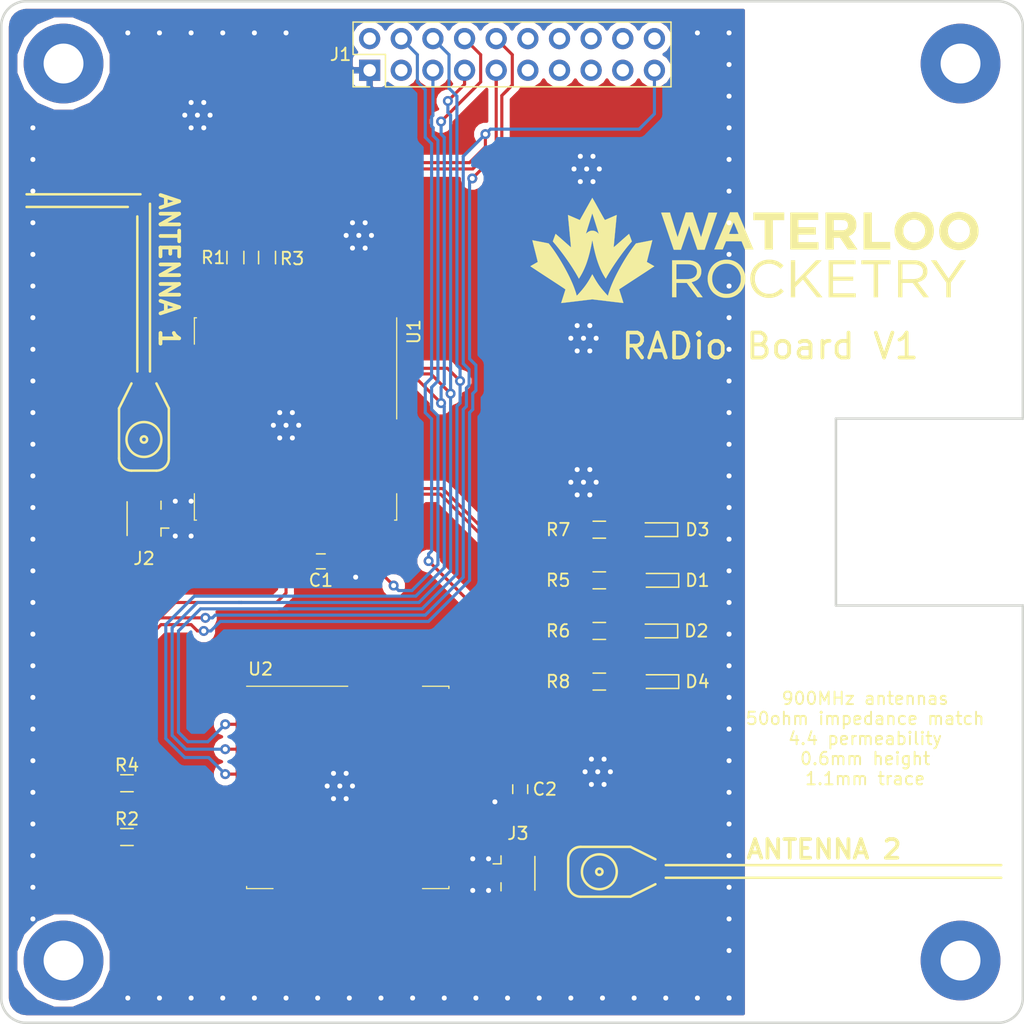
<source format=kicad_pcb>
(kicad_pcb (version 20171130) (host pcbnew "(5.0.0)")
  (layers (0 F.Cu signal) (31 B.Cu signal) (34 B.Paste user) (35 F.Paste user) (36 B.SilkS user) (37 F.SilkS user) (38 B.Mask user) (39 F.Mask user) (44 Edge.Cuts user))
  (net 0 "")
  (net 1 GND)
  (net 2 +3V3)
  (net 3 "Net-(J1-Pad20)")
  (net 4 "Net-(J1-Pad18)")
  (net 5 "Net-(J1-Pad17)")
  (net 6 "Net-(J1-Pad16)")
  (net 7 "Net-(J1-Pad15)")
  (net 8 "Net-(J1-Pad3)")
  (net 9 "Net-(J1-Pad2)")
  (net 10 "Net-(J2-Pad1)")
  (net 11 "Net-(J3-Pad1)")
  (net 12 "Net-(U1-Pad7)")
  (net 13 "Net-(U1-Pad12)")
  (net 14 "Net-(U1-Pad15)")
  (net 15 "Net-(U1-Pad16)")
  (net 16 "Net-(U2-Pad16)")
  (net 17 "Net-(U2-Pad15)")
  (net 18 "Net-(U2-Pad12)")
  (net 19 "Net-(U2-Pad7)")
  (net 20 "Net-(J1-Pad14)")
  (net 21 "Net-(J1-Pad13)")
  (net 22 "Net-(J1-Pad12)")
  (net 23 "Net-(J1-Pad11)")
  (net 24 "Net-(R1-Pad2)")
  (net 25 "Net-(R2-Pad2)")
  (net 26 "Net-(D1-Pad2)")
  (net 27 "Net-(D2-Pad2)")
  (net 28 "Net-(D3-Pad2)")
  (net 29 "Net-(D4-Pad2)")
  (net 30 /~CS2)
  (net 31 /~CS1)
  (net 32 /SCK)
  (net 33 /MOSI)
  (net 34 /MISO)
  (net 35 /INT1)
  (net 36 /INT2)
  (net 37 "Net-(R7-Pad2)")
  (net 38 "Net-(R8-Pad2)")
  (module RF_Modules:Hopref_RFM9XW_SMD (layer F.Cu) (at 27.814 63.104)
    (fp_text reference U2 (at -7 -9.5) (layer F.SilkS))
    (fp_text value RFM95W-915S2)
    (pad 1 smd rect (at -8 -7) (size 2 1) (layers F.Cu F.Paste F.Mask) (net 1 GND))
    (pad 2 smd rect (at -8 -5) (size 2 1) (layers F.Cu F.Paste F.Mask) (net 34 /MISO))
    (pad 3 smd rect (at -8 -3) (size 2 1) (layers F.Cu F.Paste F.Mask) (net 33 /MOSI))
    (pad 4 smd rect (at -8 -1) (size 2 1) (layers F.Cu F.Paste F.Mask) (net 32 /SCK))
    (pad 5 smd rect (at -8 1) (size 2 1) (layers F.Cu F.Paste F.Mask) (net 30 /~CS2))
    (pad 6 smd rect (at -8 3) (size 2 1) (layers F.Cu F.Paste F.Mask) (net 25 "Net-(R2-Pad2)"))
    (pad 7 smd rect (at -8 5) (size 2 1) (layers F.Cu F.Paste F.Mask) (net 19 "Net-(U2-Pad7)"))
    (pad 8 smd rect (at -8 7) (size 2 1) (layers F.Cu F.Paste F.Mask) (net 1 GND))
    (pad 9 smd rect (at 8 7) (size 2 1) (layers F.Cu F.Paste F.Mask) (net 11 "Net-(J3-Pad1)"))
    (pad 10 smd rect (at 8 5) (size 2 1) (layers F.Cu F.Paste F.Mask) (net 1 GND))
    (pad 11 smd rect (at 8 3) (size 2 1) (layers F.Cu F.Paste F.Mask) (net 38 "Net-(R8-Pad2)"))
    (pad 12 smd rect (at 8 1) (size 2 1) (layers F.Cu F.Paste F.Mask) (net 18 "Net-(U2-Pad12)"))
    (pad 13 smd rect (at 8 -1) (size 2 1) (layers F.Cu F.Paste F.Mask) (net 2 +3V3))
    (pad 14 smd rect (at 8 -3) (size 2 1) (layers F.Cu F.Paste F.Mask) (net 36 /INT2))
    (pad 15 smd rect (at 8 -5) (size 2 1) (layers F.Cu F.Paste F.Mask) (net 17 "Net-(U2-Pad15)"))
    (pad 16 smd rect (at 8 -7) (size 2 1) (layers F.Cu F.Paste F.Mask) (net 16 "Net-(U2-Pad16)"))
  )
  (module Mounting_Holes:MountingHole_3.2mm_M3_Pad (layer F.Cu) (at 5 77)
    (fp_text reference REF** hide)
    (fp_text value MountingHole_3.2mm_M3_Pad)
    (pad 1 thru_hole circle (at 0 0) (size 6.4 6.4) (drill 3.2) (layers *.Cu *.Mask))
  )
  (module Mounting_Holes:MountingHole_3.2mm_M3_Pad (layer F.Cu) (at 5 5)
    (fp_text reference REF** hide)
    (fp_text value MountingHole_3.2mm_M3_Pad)
    (pad 1 thru_hole circle (at 0 0) (size 6.4 6.4) (drill 3.2) (layers *.Cu *.Mask))
  )
  (module Mounting_Holes:MountingHole_3.2mm_M3_Pad (layer F.Cu) (at 77 77)
    (fp_text reference REF** hide)
    (fp_text value MountingHole_3.2mm_M3_Pad)
    (pad 1 thru_hole circle (at 0 0) (size 6.4 6.4) (drill 3.2) (layers *.Cu *.Mask))
  )
  (module Mounting_Holes:MountingHole_3.2mm_M3_Pad (layer F.Cu) (at 77 5)
    (fp_text reference REF** hide)
    (fp_text value MountingHole_3.2mm_M3_Pad)
    (pad 1 thru_hole circle (at 0 0) (size 6.4 6.4) (drill 3.2) (layers *.Cu *.Mask))
  )
  (module Capacitors_SMD:C_0603_HandSoldering (layer F.Cu) (at 25.654 44.958)
    (fp_text reference C1 (at 0 1.524) (layer F.SilkS))
    (fp_text value 10uF)
    (pad 2 smd rect (at 0.95 0) (size 1.2 0.75) (layers F.Cu F.Paste F.Mask) (net 1 GND))
    (pad 1 smd rect (at -0.95 0) (size 1.2 0.75) (layers F.Cu F.Paste F.Mask) (net 2 +3V3))
  )
  (module Capacitors_SMD:C_0603_HandSoldering (layer F.Cu) (at 41.656 63.246 270)
    (fp_text reference C2 (at 0 -1.973956) (layer F.SilkS))
    (fp_text value 10uF)
    (pad 1 smd rect (at -0.95 0 270) (size 1.2 0.75) (layers F.Cu F.Paste F.Mask) (net 2 +3V3))
    (pad 2 smd rect (at 0.95 0 270) (size 1.2 0.75) (layers F.Cu F.Paste F.Mask) (net 1 GND))
  )
  (module "Downloaded Connectors:U.FL_Hirose_U.FL-R-SMT-1_Vertical" (layer F.Cu) (at 11.938 41.529 180)
    (fp_text reference J2 (at 0.475 -3.2 180) (layer F.SilkS))
    (fp_text value Conn_Coaxial)
    (pad 2 smd rect (at 0.475 1.475 180) (size 2.2 1.05) (layers F.Cu F.Paste F.Mask) (net 1 GND))
    (pad 1 smd rect (at -1.05 0 180) (size 1.05 1) (layers F.Cu F.Paste F.Mask) (net 10 "Net-(J2-Pad1)"))
    (pad 2 smd rect (at 0.475 -1.475 180) (size 2.2 1.05) (layers F.Cu F.Paste F.Mask) (net 1 GND))
  )
  (module "Downloaded Connectors:U.FL_Hirose_U.FL-R-SMT-1_Vertical" (layer F.Cu) (at 41 70)
    (fp_text reference J3 (at 0.475 -3.2) (layer F.SilkS))
    (fp_text value Conn_Coaxial)
    (pad 2 smd rect (at 0.475 -1.475) (size 2.2 1.05) (layers F.Cu F.Paste F.Mask) (net 1 GND))
    (pad 1 smd rect (at -1.05 0) (size 1.05 1) (layers F.Cu F.Paste F.Mask) (net 11 "Net-(J3-Pad1)"))
    (pad 2 smd rect (at 0.475 1.475) (size 2.2 1.05) (layers F.Cu F.Paste F.Mask) (net 1 GND))
  )
  (module Resistors_SMD:R_0603_HandSoldering (layer F.Cu) (at 18.796 20.574 270)
    (fp_text reference R1 (at 0 1.778) (layer F.SilkS))
    (fp_text value 10k)
    (pad 2 smd rect (at 1.1 0 270) (size 1.2 0.9) (layers F.Cu F.Paste F.Mask) (net 24 "Net-(R1-Pad2)"))
    (pad 1 smd rect (at -1.1 0 270) (size 1.2 0.9) (layers F.Cu F.Paste F.Mask) (net 2 +3V3))
  )
  (module Resistors_SMD:R_0603_HandSoldering (layer F.Cu) (at 10.091044 67.087485)
    (fp_text reference R2 (at 0 -1.45) (layer F.SilkS))
    (fp_text value 10k)
    (pad 2 smd rect (at 1.1 0) (size 1.2 0.9) (layers F.Cu F.Paste F.Mask) (net 25 "Net-(R2-Pad2)"))
    (pad 1 smd rect (at -1.1 0) (size 1.2 0.9) (layers F.Cu F.Paste F.Mask) (net 2 +3V3))
  )
  (module Resistors_SMD:R_0603_HandSoldering (layer F.Cu) (at 21.336 20.574 270)
    (fp_text reference R3 (at 0.083255 -2.010326) (layer F.SilkS))
    (fp_text value 10k)
    (pad 1 smd rect (at -1.1 0 270) (size 1.2 0.9) (layers F.Cu F.Paste F.Mask) (net 2 +3V3))
    (pad 2 smd rect (at 1.1 0 270) (size 1.2 0.9) (layers F.Cu F.Paste F.Mask) (net 31 /~CS1))
  )
  (module Resistors_SMD:R_0603_HandSoldering (layer F.Cu) (at 10.091044 62.769485)
    (fp_text reference R4 (at 0 -1.45) (layer F.SilkS))
    (fp_text value 10k)
    (pad 1 smd rect (at -1.1 0) (size 1.2 0.9) (layers F.Cu F.Paste F.Mask) (net 2 +3V3))
    (pad 2 smd rect (at 1.1 0) (size 1.2 0.9) (layers F.Cu F.Paste F.Mask) (net 30 /~CS2))
  )
  (module Team_Logo:Logo_Horizontal_Silkscreen_10mm (layer F.Cu) (at 60.452 20)
    (fp_text reference G*** hide)
    (fp_text value LOGO hide)
  )
  (module LEDs:LED_0603_HandSoldering (layer F.Cu) (at 52.578 46.482 180)
    (fp_text reference D1 (at -3.302 0 180) (layer F.SilkS))
    (fp_text value LED)
    (pad 1 smd rect (at -1.1 0 180) (size 1.2 0.9) (layers F.Cu F.Paste F.Mask) (net 1 GND))
    (pad 2 smd rect (at 1.1 0 180) (size 1.2 0.9) (layers F.Cu F.Paste F.Mask) (net 26 "Net-(D1-Pad2)"))
  )
  (module LEDs:LED_0603_HandSoldering (layer F.Cu) (at 52.494 50.546 180)
    (fp_text reference D2 (at -3.302 0 180) (layer F.SilkS))
    (fp_text value LED)
    (pad 1 smd rect (at -1.1 0 180) (size 1.2 0.9) (layers F.Cu F.Paste F.Mask) (net 1 GND))
    (pad 2 smd rect (at 1.1 0 180) (size 1.2 0.9) (layers F.Cu F.Paste F.Mask) (net 27 "Net-(D2-Pad2)"))
  )
  (module LEDs:LED_0603_HandSoldering (layer F.Cu) (at 52.494 42.418 180)
    (fp_text reference D3 (at -3.386 0 180) (layer F.SilkS))
    (fp_text value LED)
    (pad 2 smd rect (at 1.1 0 180) (size 1.2 0.9) (layers F.Cu F.Paste F.Mask) (net 28 "Net-(D3-Pad2)"))
    (pad 1 smd rect (at -1.1 0 180) (size 1.2 0.9) (layers F.Cu F.Paste F.Mask) (net 1 GND))
  )
  (module LEDs:LED_0603_HandSoldering (layer F.Cu) (at 52.578 54.61 180)
    (fp_text reference D4 (at -3.302 0 180) (layer F.SilkS))
    (fp_text value LED)
    (pad 2 smd rect (at 1.1 0 180) (size 1.2 0.9) (layers F.Cu F.Paste F.Mask) (net 29 "Net-(D4-Pad2)"))
    (pad 1 smd rect (at -1.1 0 180) (size 1.2 0.9) (layers F.Cu F.Paste F.Mask) (net 1 GND))
  )
  (module Resistors_SMD:R_0603_HandSoldering (layer F.Cu) (at 48.006 46.482 180)
    (fp_text reference R5 (at 3.302 0 180) (layer F.SilkS))
    (fp_text value 70)
    (pad 1 smd rect (at -1.1 0 180) (size 1.2 0.9) (layers F.Cu F.Paste F.Mask) (net 26 "Net-(D1-Pad2)"))
    (pad 2 smd rect (at 1.1 0 180) (size 1.2 0.9) (layers F.Cu F.Paste F.Mask) (net 35 /INT1))
  )
  (module Resistors_SMD:R_0603_HandSoldering (layer F.Cu) (at 48.006 50.546 180)
    (fp_text reference R6 (at 3.302 0 180) (layer F.SilkS))
    (fp_text value 70)
    (pad 2 smd rect (at 1.1 0 180) (size 1.2 0.9) (layers F.Cu F.Paste F.Mask) (net 36 /INT2))
    (pad 1 smd rect (at -1.1 0 180) (size 1.2 0.9) (layers F.Cu F.Paste F.Mask) (net 27 "Net-(D2-Pad2)"))
  )
  (module Resistors_SMD:R_0603_HandSoldering (layer F.Cu) (at 48.006 42.418 180)
    (fp_text reference R7 (at 3.302 0 180) (layer F.SilkS))
    (fp_text value 70)
    (pad 2 smd rect (at 1.1 0 180) (size 1.2 0.9) (layers F.Cu F.Paste F.Mask) (net 37 "Net-(R7-Pad2)"))
    (pad 1 smd rect (at -1.1 0 180) (size 1.2 0.9) (layers F.Cu F.Paste F.Mask) (net 28 "Net-(D3-Pad2)"))
  )
  (module Resistors_SMD:R_0603_HandSoldering (layer F.Cu) (at 48.006 54.61 180)
    (fp_text reference R8 (at 3.302 0 180) (layer F.SilkS))
    (fp_text value 70)
    (pad 1 smd rect (at -1.1 0 180) (size 1.2 0.9) (layers F.Cu F.Paste F.Mask) (net 29 "Net-(D4-Pad2)"))
    (pad 2 smd rect (at 1.1 0 180) (size 1.2 0.9) (layers F.Cu F.Paste F.Mask) (net 38 "Net-(R8-Pad2)"))
  )
  (module RF_Modules:Hopref_RFM9XW_SMD (layer F.Cu) (at 23.622 33.528 270)
    (fp_text reference U1 (at -7 -9.5 270) (layer F.SilkS))
    (fp_text value RFM95W-915S2)
    (pad 16 smd rect (at 8 -7 270) (size 2 1) (layers F.Cu F.Paste F.Mask) (net 15 "Net-(U1-Pad16)"))
    (pad 15 smd rect (at 8 -5 270) (size 2 1) (layers F.Cu F.Paste F.Mask) (net 14 "Net-(U1-Pad15)"))
    (pad 14 smd rect (at 8 -3 270) (size 2 1) (layers F.Cu F.Paste F.Mask) (net 35 /INT1))
    (pad 13 smd rect (at 8 -1 270) (size 2 1) (layers F.Cu F.Paste F.Mask) (net 2 +3V3))
    (pad 12 smd rect (at 8 1 270) (size 2 1) (layers F.Cu F.Paste F.Mask) (net 13 "Net-(U1-Pad12)"))
    (pad 11 smd rect (at 8 3 270) (size 2 1) (layers F.Cu F.Paste F.Mask) (net 37 "Net-(R7-Pad2)"))
    (pad 10 smd rect (at 8 5 270) (size 2 1) (layers F.Cu F.Paste F.Mask) (net 1 GND))
    (pad 9 smd rect (at 8 7 270) (size 2 1) (layers F.Cu F.Paste F.Mask) (net 10 "Net-(J2-Pad1)"))
    (pad 8 smd rect (at -8 7 270) (size 2 1) (layers F.Cu F.Paste F.Mask) (net 1 GND))
    (pad 7 smd rect (at -8 5 270) (size 2 1) (layers F.Cu F.Paste F.Mask) (net 12 "Net-(U1-Pad7)"))
    (pad 6 smd rect (at -8 3 270) (size 2 1) (layers F.Cu F.Paste F.Mask) (net 24 "Net-(R1-Pad2)"))
    (pad 5 smd rect (at -8 1 270) (size 2 1) (layers F.Cu F.Paste F.Mask) (net 31 /~CS1))
    (pad 4 smd rect (at -8 -1 270) (size 2 1) (layers F.Cu F.Paste F.Mask) (net 32 /SCK))
    (pad 3 smd rect (at -8 -3 270) (size 2 1) (layers F.Cu F.Paste F.Mask) (net 33 /MOSI))
    (pad 2 smd rect (at -8 -5 270) (size 2 1) (layers F.Cu F.Paste F.Mask) (net 34 /MISO))
    (pad 1 smd rect (at -8 -7 270) (size 2 1) (layers F.Cu F.Paste F.Mask) (net 1 GND))
  )
  (module Payload_Connectors:Pin_Header_Straight_2x10_Pitch2.54mm (layer F.Cu) (at 29.57 5.54 90)
    (fp_text reference J1 (at 1.27 -2.33 180) (layer F.SilkS))
    (fp_text value Bus_Connector)
    (pad 20 thru_hole oval (at 2.54 22.86 90) (size 1.7 1.7) (drill 1) (layers *.Cu *.Mask) (net 3 "Net-(J1-Pad20)"))
    (pad 19 thru_hole oval (at 0 22.86 90) (size 1.7 1.7) (drill 1) (layers *.Cu *.Mask) (net 2 +3V3))
    (pad 18 thru_hole oval (at 2.54 20.32 90) (size 1.7 1.7) (drill 1) (layers *.Cu *.Mask) (net 4 "Net-(J1-Pad18)"))
    (pad 17 thru_hole oval (at 0 20.32 90) (size 1.7 1.7) (drill 1) (layers *.Cu *.Mask) (net 5 "Net-(J1-Pad17)"))
    (pad 16 thru_hole oval (at 2.54 17.78 90) (size 1.7 1.7) (drill 1) (layers *.Cu *.Mask) (net 6 "Net-(J1-Pad16)"))
    (pad 15 thru_hole oval (at 0 17.78 90) (size 1.7 1.7) (drill 1) (layers *.Cu *.Mask) (net 7 "Net-(J1-Pad15)"))
    (pad 14 thru_hole oval (at 2.54 15.24 90) (size 1.7 1.7) (drill 1) (layers *.Cu *.Mask) (net 20 "Net-(J1-Pad14)"))
    (pad 13 thru_hole oval (at 0 15.24 90) (size 1.7 1.7) (drill 1) (layers *.Cu *.Mask) (net 21 "Net-(J1-Pad13)"))
    (pad 12 thru_hole oval (at 2.54 12.7 90) (size 1.7 1.7) (drill 1) (layers *.Cu *.Mask) (net 22 "Net-(J1-Pad12)"))
    (pad 11 thru_hole oval (at 0 12.7 90) (size 1.7 1.7) (drill 1) (layers *.Cu *.Mask) (net 23 "Net-(J1-Pad11)"))
    (pad 10 thru_hole oval (at 2.54 10.16 90) (size 1.7 1.7) (drill 1) (layers *.Cu *.Mask) (net 30 /~CS2))
    (pad 9 thru_hole oval (at 0 10.16 90) (size 1.7 1.7) (drill 1) (layers *.Cu *.Mask) (net 31 /~CS1))
    (pad 8 thru_hole oval (at 2.54 7.62 90) (size 1.7 1.7) (drill 1) (layers *.Cu *.Mask) (net 32 /SCK))
    (pad 7 thru_hole oval (at 0 7.62 90) (size 1.7 1.7) (drill 1) (layers *.Cu *.Mask) (net 33 /MOSI))
    (pad 6 thru_hole oval (at 2.54 5.08 90) (size 1.7 1.7) (drill 1) (layers *.Cu *.Mask) (net 34 /MISO))
    (pad 5 thru_hole oval (at 0 5.08 90) (size 1.7 1.7) (drill 1) (layers *.Cu *.Mask) (net 35 /INT1))
    (pad 4 thru_hole oval (at 2.54 2.54 90) (size 1.7 1.7) (drill 1) (layers *.Cu *.Mask) (net 36 /INT2))
    (pad 3 thru_hole oval (at 0 2.54 90) (size 1.7 1.7) (drill 1) (layers *.Cu *.Mask) (net 8 "Net-(J1-Pad3)"))
    (pad 2 thru_hole oval (at 2.54 0 90) (size 1.7 1.7) (drill 1) (layers *.Cu *.Mask) (net 9 "Net-(J1-Pad2)"))
    (pad 1 thru_hole rect (at 0 0 90) (size 1.7 1.7) (drill 1) (layers *.Cu *.Mask) (net 1 GND))
  )
  (gr_arc (start 2 80) (end 0 80) (angle -90) (layer Edge.Cuts) (width 0.2))
  (gr_arc (start 80 80) (end 80 82) (angle -90) (layer Edge.Cuts) (width 0.2))
  (gr_arc (start 80 2) (end 82 2) (angle -90) (layer Edge.Cuts) (width 0.2))
  (gr_arc (start 2 2) (end 2 0) (angle -90) (layer Edge.Cuts) (width 0.2))
  (gr_line (start 10.454 37.677) (end 12.454 37.677) (layer F.SilkS) (width 0.2))
  (gr_line (start 13.454 36.677) (end 13.454 32.677) (layer F.SilkS) (width 0.2))
  (gr_line (start 9.454 36.677) (end 9.454 32.677) (layer F.SilkS) (width 0.2))
  (gr_line (start 13.454 32.677) (end 12.454 30.677) (layer F.SilkS) (width 0.2))
  (gr_arc (start 12.454 36.677) (end 12.454 37.677) (angle -90) (layer F.SilkS) (width 0.2))
  (gr_arc (start 10.454 36.677) (end 9.454 36.677) (angle -90) (layer F.SilkS) (width 0.2))
  (gr_circle (center 11.454 35.177) (end 11.454 33.777) (layer F.SilkS) (width 0.2))
  (gr_circle (center 11.454 35.177) (end 11.454 34.923) (layer F.SilkS) (width 0.2))
  (gr_line (start 9.454 32.677) (end 10.454 30.677) (layer F.SilkS) (width 0.2))
  (gr_arc (start 46.508 70.874) (end 45.508 70.874) (angle -90) (layer F.SilkS) (width 0.2))
  (gr_arc (start 46.508 68.874) (end 46.508 67.874) (angle -90) (layer F.SilkS) (width 0.2))
  (gr_line (start 50.508 67.874) (end 52.508 68.874) (layer F.SilkS) (width 0.2))
  (gr_line (start 11.176 15.494) (end 2.032 15.494) (layer F.SilkS) (width 0.2))
  (gr_line (start 10.16 16.51) (end 2.032 16.51) (layer F.SilkS) (width 0.2))
  (gr_text "RADio Board V1" (at 61.722 27.686) (layer F.SilkS) (effects (font (size 2 2) (thickness 0.3))))
  (gr_text "900MHz antennas\n50ohm impedance match\n4.4 permeability\n0.6mm height\n1.1mm trace" (at 69.342 59.182) (layer F.SilkS) (effects (font (size 1 1))))
  (gr_text "ANTENNA 2" (at 66.04 68.072) (layer F.SilkS) (effects (font (size 1.5 1.5) (thickness 0.3))))
  (gr_text "ANTENNA 1" (at 13.462 21.59 270) (layer F.SilkS) (effects (font (size 1.5 1.5) (thickness 0.3))))
  (gr_line (start 11.938 29.718) (end 11.938 16.256) (layer F.SilkS) (width 0.2))
  (gr_line (start 10.922 29.718) (end 10.922 17.272) (layer F.SilkS) (width 0.2))
  (gr_line (start 53.34 70.358) (end 80.264 70.358) (layer F.SilkS) (width 0.2))
  (gr_line (start 53.34 69.342) (end 80.264 69.342) (layer F.SilkS) (width 0.2))
  (gr_circle (center 48.008 69.874) (end 48.262 69.874) (layer F.SilkS) (width 0.2))
  (gr_circle (center 48.008 69.874) (end 49.408 69.874) (layer F.SilkS) (width 0.2))
  (gr_line (start 46.508 67.874) (end 50.508 67.874) (layer F.SilkS) (width 0.2))
  (gr_line (start 50.508 71.874) (end 52.508 70.874) (layer F.SilkS) (width 0.2))
  (gr_line (start 46.508 71.874) (end 50.508 71.874) (layer F.SilkS) (width 0.2))
  (gr_line (start 45.508 68.874) (end 45.508 70.874) (layer F.SilkS) (width 0.2))
  (gr_line (start 0 2) (end 0 80) (layer Edge.Cuts) (width 0.2))
  (gr_line (start 2 82) (end 80 82) (layer Edge.Cuts) (width 0.2))
  (gr_line (start 82 48.5) (end 82 80) (layer Edge.Cuts) (width 0.2))
  (gr_line (start 67 48.5) (end 82 48.5) (layer Edge.Cuts) (width 0.2))
  (gr_line (start 67 33.5) (end 67 48.5) (layer Edge.Cuts) (width 0.2))
  (gr_line (start 67 33.5) (end 82 33.5) (layer Edge.Cuts) (width 0.2))
  (gr_line (start 82 2) (end 82 33.5) (layer Edge.Cuts) (width 0.2))
  (gr_line (start 2 0) (end 80 0) (layer Edge.Cuts) (width 0.2))
  (via (at 58.42 80.01) (size 0.8) (drill 0.4) (layers F.Cu B.Cu) (net 1))
  (via (at 55.88 80.01) (size 0.8) (drill 0.4) (layers F.Cu B.Cu) (net 1))
  (via (at 53.34 80.01) (size 0.8) (drill 0.4) (layers F.Cu B.Cu) (net 1))
  (via (at 50.8 80.01) (size 0.8) (drill 0.4) (layers F.Cu B.Cu) (net 1))
  (via (at 48.26 80.01) (size 0.8) (drill 0.4) (layers F.Cu B.Cu) (net 1))
  (via (at 45.72 80.01) (size 0.8) (drill 0.4) (layers F.Cu B.Cu) (net 1))
  (via (at 43.18 80.01) (size 0.8) (drill 0.4) (layers F.Cu B.Cu) (net 1))
  (via (at 40.64 80.01) (size 0.8) (drill 0.4) (layers F.Cu B.Cu) (net 1))
  (via (at 38.1 80.01) (size 0.8) (drill 0.4) (layers F.Cu B.Cu) (net 1))
  (via (at 35.56 80.01) (size 0.8) (drill 0.4) (layers F.Cu B.Cu) (net 1))
  (via (at 33.02 80.01) (size 0.8) (drill 0.4) (layers F.Cu B.Cu) (net 1))
  (via (at 30.48 80.01) (size 0.8) (drill 0.4) (layers F.Cu B.Cu) (net 1))
  (via (at 27.94 80.01) (size 0.8) (drill 0.4) (layers F.Cu B.Cu) (net 1))
  (via (at 25.4 80.01) (size 0.8) (drill 0.4) (layers F.Cu B.Cu) (net 1))
  (via (at 22.86 80.01) (size 0.8) (drill 0.4) (layers F.Cu B.Cu) (net 1))
  (via (at 20.32 80.01) (size 0.8) (drill 0.4) (layers F.Cu B.Cu) (net 1))
  (via (at 17.78 80.01) (size 0.8) (drill 0.4) (layers F.Cu B.Cu) (net 1))
  (via (at 15.24 80.01) (size 0.8) (drill 0.4) (layers F.Cu B.Cu) (net 1))
  (via (at 12.7 80.01) (size 0.8) (drill 0.4) (layers F.Cu B.Cu) (net 1))
  (via (at 10.16 80.01) (size 0.8) (drill 0.4) (layers F.Cu B.Cu) (net 1))
  (via (at 15.24 40.132) (size 0.8) (drill 0.4) (layers F.Cu B.Cu) (net 1))
  (via (at 13.97 40.132) (size 0.8) (drill 0.4) (layers F.Cu B.Cu) (net 1))
  (via (at 13.97 42.926) (size 0.8) (drill 0.4) (layers F.Cu B.Cu) (net 1))
  (via (at 15.24 42.926) (size 0.8) (drill 0.4) (layers F.Cu B.Cu) (net 1))
  (via (at 37.846 68.834) (size 0.8) (drill 0.4) (layers F.Cu B.Cu) (net 1))
  (via (at 39.116 68.834) (size 0.8) (drill 0.4) (layers F.Cu B.Cu) (net 1))
  (via (at 39.116 71.374) (size 0.8) (drill 0.4) (layers F.Cu B.Cu) (net 1))
  (via (at 37.846 71.374) (size 0.8) (drill 0.4) (layers F.Cu B.Cu) (net 1))
  (via (at 10.16 2.54) (size 0.8) (drill 0.4) (layers F.Cu B.Cu) (net 1))
  (via (at 12.7 2.54) (size 0.8) (drill 0.4) (layers F.Cu B.Cu) (net 1))
  (via (at 15.24 2.54) (size 0.8) (drill 0.4) (layers F.Cu B.Cu) (net 1))
  (via (at 17.78 2.54) (size 0.8) (drill 0.4) (layers F.Cu B.Cu) (net 1))
  (via (at 20.32 2.54) (size 0.8) (drill 0.4) (layers F.Cu B.Cu) (net 1))
  (via (at 22.86 2.54) (size 0.8) (drill 0.4) (layers F.Cu B.Cu) (net 1))
  (via (at 55.88 2.54) (size 0.8) (drill 0.4) (layers F.Cu B.Cu) (net 1))
  (via (at 58.42 2.54) (size 0.8) (drill 0.4) (layers F.Cu B.Cu) (net 1))
  (via (at 58.42 5.08) (size 0.8) (drill 0.4) (layers F.Cu B.Cu) (net 1))
  (via (at 58.42 7.62) (size 0.8) (drill 0.4) (layers F.Cu B.Cu) (net 1))
  (via (at 58.42 10.16) (size 0.8) (drill 0.4) (layers F.Cu B.Cu) (net 1))
  (via (at 58.42 12.7) (size 0.8) (drill 0.4) (layers F.Cu B.Cu) (net 1))
  (via (at 58.42 15.24) (size 0.8) (drill 0.4) (layers F.Cu B.Cu) (net 1))
  (via (at 58.42 17.78) (size 0.8) (drill 0.4) (layers F.Cu B.Cu) (net 1))
  (via (at 58.42 20.32) (size 0.8) (drill 0.4) (layers F.Cu B.Cu) (net 1))
  (via (at 58.42 22.86) (size 0.8) (drill 0.4) (layers F.Cu B.Cu) (net 1))
  (via (at 58.42 25.4) (size 0.8) (drill 0.4) (layers F.Cu B.Cu) (net 1))
  (via (at 58.42 27.94) (size 0.8) (drill 0.4) (layers F.Cu B.Cu) (net 1))
  (via (at 58.42 30.48) (size 0.8) (drill 0.4) (layers F.Cu B.Cu) (net 1))
  (via (at 58.42 33.02) (size 0.8) (drill 0.4) (layers F.Cu B.Cu) (net 1))
  (via (at 58.42 35.56) (size 0.8) (drill 0.4) (layers F.Cu B.Cu) (net 1))
  (via (at 58.42 38.1) (size 0.8) (drill 0.4) (layers F.Cu B.Cu) (net 1))
  (via (at 58.42 40.64) (size 0.8) (drill 0.4) (layers F.Cu B.Cu) (net 1))
  (via (at 58.42 43.18) (size 0.8) (drill 0.4) (layers F.Cu B.Cu) (net 1))
  (via (at 58.42 45.72) (size 0.8) (drill 0.4) (layers F.Cu B.Cu) (net 1))
  (via (at 58.42 48.26) (size 0.8) (drill 0.4) (layers F.Cu B.Cu) (net 1))
  (via (at 58.42 50.8) (size 0.8) (drill 0.4) (layers F.Cu B.Cu) (net 1))
  (via (at 58.42 53.34) (size 0.8) (drill 0.4) (layers F.Cu B.Cu) (net 1))
  (via (at 58.42 55.88) (size 0.8) (drill 0.4) (layers F.Cu B.Cu) (net 1))
  (via (at 58.42 58.42) (size 0.8) (drill 0.4) (layers F.Cu B.Cu) (net 1))
  (via (at 58.42 60.96) (size 0.8) (drill 0.4) (layers F.Cu B.Cu) (net 1))
  (via (at 58.42 63.5) (size 0.8) (drill 0.4) (layers F.Cu B.Cu) (net 1))
  (via (at 58.42 66.04) (size 0.8) (drill 0.4) (layers F.Cu B.Cu) (net 1))
  (via (at 58.42 68.58) (size 0.8) (drill 0.4) (layers F.Cu B.Cu) (net 1))
  (via (at 58.42 71.12) (size 0.8) (drill 0.4) (layers F.Cu B.Cu) (net 1))
  (via (at 58.42 73.66) (size 0.8) (drill 0.4) (layers F.Cu B.Cu) (net 1))
  (via (at 58.42 76.2) (size 0.8) (drill 0.4) (layers F.Cu B.Cu) (net 1))
  (via (at 58.42 80.01) (size 0.8) (drill 0.4) (layers F.Cu B.Cu) (net 1))
  (via (at 2.54 73.66) (size 0.8) (drill 0.4) (layers F.Cu B.Cu) (net 1))
  (via (at 2.54 71.12) (size 0.8) (drill 0.4) (layers F.Cu B.Cu) (net 1))
  (via (at 2.54 68.58) (size 0.8) (drill 0.4) (layers F.Cu B.Cu) (net 1))
  (via (at 2.54 66.04) (size 0.8) (drill 0.4) (layers F.Cu B.Cu) (net 1))
  (via (at 2.54 63.5) (size 0.8) (drill 0.4) (layers F.Cu B.Cu) (net 1))
  (via (at 2.54 60.96) (size 0.8) (drill 0.4) (layers F.Cu B.Cu) (net 1))
  (via (at 2.54 58.42) (size 0.8) (drill 0.4) (layers F.Cu B.Cu) (net 1))
  (via (at 2.54 55.88) (size 0.8) (drill 0.4) (layers F.Cu B.Cu) (net 1))
  (via (at 2.54 53.34) (size 0.8) (drill 0.4) (layers F.Cu B.Cu) (net 1))
  (via (at 2.54 50.8) (size 0.8) (drill 0.4) (layers F.Cu B.Cu) (net 1))
  (via (at 2.54 48.26) (size 0.8) (drill 0.4) (layers F.Cu B.Cu) (net 1))
  (via (at 2.54 45.72) (size 0.8) (drill 0.4) (layers F.Cu B.Cu) (net 1))
  (via (at 2.54 43.18) (size 0.8) (drill 0.4) (layers F.Cu B.Cu) (net 1))
  (via (at 2.54 40.64) (size 0.8) (drill 0.4) (layers F.Cu B.Cu) (net 1))
  (via (at 2.54 38.1) (size 0.8) (drill 0.4) (layers F.Cu B.Cu) (net 1))
  (via (at 2.54 35.56) (size 0.8) (drill 0.4) (layers F.Cu B.Cu) (net 1))
  (via (at 2.54 33.02) (size 0.8) (drill 0.4) (layers F.Cu B.Cu) (net 1))
  (via (at 2.54 30.48) (size 0.8) (drill 0.4) (layers F.Cu B.Cu) (net 1))
  (via (at 2.54 27.94) (size 0.8) (drill 0.4) (layers F.Cu B.Cu) (net 1))
  (via (at 2.54 25.4) (size 0.8) (drill 0.4) (layers F.Cu B.Cu) (net 1))
  (via (at 2.54 22.86) (size 0.8) (drill 0.4) (layers F.Cu B.Cu) (net 1))
  (via (at 2.54 20.32) (size 0.8) (drill 0.4) (layers F.Cu B.Cu) (net 1))
  (via (at 2.54 17.78) (size 0.8) (drill 0.4) (layers F.Cu B.Cu) (net 1))
  (via (at 2.54 15.24) (size 0.8) (drill 0.4) (layers F.Cu B.Cu) (net 1))
  (via (at 2.54 12.7) (size 0.8) (drill 0.4) (layers F.Cu B.Cu) (net 1))
  (via (at 2.54 10.16) (size 0.8) (drill 0.4) (layers F.Cu B.Cu) (net 1))
  (via (at 28.448 46.228) (size 0.8) (drill 0.4) (layers F.Cu B.Cu) (net 1))
  (segment (start 26.604 44.958) (end 27.178 44.958) (width 0.25) (layer F.Cu) (net 1))
  (segment (start 27.178 44.958) (end 28.448 46.228) (width 0.25) (layer F.Cu) (net 1))
  (via (at 39.624 64.262) (size 0.8) (drill 0.4) (layers F.Cu B.Cu) (net 1))
  (segment (start 41.656 64.196) (end 39.69 64.196) (width 0.25) (layer F.Cu) (net 1))
  (segment (start 39.69 64.196) (end 39.624 64.262) (width 0.25) (layer F.Cu) (net 1))
  (via (at 27.178 62.992) (size 0.8) (drill 0.4) (layers F.Cu B.Cu) (net 1))
  (via (at 28.194 62.992) (size 0.8) (drill 0.4) (layers F.Cu B.Cu) (net 1))
  (via (at 26.162 62.992) (size 0.8) (drill 0.4) (layers F.Cu B.Cu) (net 1))
  (via (at 26.67 61.976) (size 0.8) (drill 0.4) (layers F.Cu B.Cu) (net 1))
  (via (at 27.686 61.976) (size 0.8) (drill 0.4) (layers F.Cu B.Cu) (net 1))
  (via (at 26.67 64.008) (size 0.8) (drill 0.4) (layers F.Cu B.Cu) (net 1))
  (via (at 27.686 64.008) (size 0.8) (drill 0.4) (layers F.Cu B.Cu) (net 1))
  (via (at 47.244 39.624) (size 0.8) (drill 0.4) (layers F.Cu B.Cu) (net 1))
  (via (at 46.228 39.624) (size 0.8) (drill 0.4) (layers F.Cu B.Cu) (net 1))
  (via (at 47.244 37.592) (size 0.8) (drill 0.4) (layers F.Cu B.Cu) (net 1))
  (via (at 45.72 38.608) (size 0.8) (drill 0.4) (layers F.Cu B.Cu) (net 1))
  (via (at 46.736 38.608) (size 0.8) (drill 0.4) (layers F.Cu B.Cu) (net 1))
  (via (at 47.752 38.608) (size 0.8) (drill 0.4) (layers F.Cu B.Cu) (net 1))
  (via (at 46.228 37.592) (size 0.8) (drill 0.4) (layers F.Cu B.Cu) (net 1))
  (via (at 23.368 35.052) (size 0.8) (drill 0.4) (layers F.Cu B.Cu) (net 1))
  (via (at 22.352 35.052) (size 0.8) (drill 0.4) (layers F.Cu B.Cu) (net 1))
  (via (at 22.86 34.036) (size 0.8) (drill 0.4) (layers F.Cu B.Cu) (net 1))
  (via (at 23.876 34.036) (size 0.8) (drill 0.4) (layers F.Cu B.Cu) (net 1))
  (via (at 21.844 34.036) (size 0.8) (drill 0.4) (layers F.Cu B.Cu) (net 1))
  (via (at 22.352 33.02) (size 0.8) (drill 0.4) (layers F.Cu B.Cu) (net 1))
  (via (at 23.368 33.02) (size 0.8) (drill 0.4) (layers F.Cu B.Cu) (net 1))
  (via (at 45.974 13.462) (size 0.8) (drill 0.4) (layers F.Cu B.Cu) (net 1))
  (via (at 46.99 13.462) (size 0.8) (drill 0.4) (layers F.Cu B.Cu) (net 1))
  (via (at 47.498 14.478) (size 0.8) (drill 0.4) (layers F.Cu B.Cu) (net 1))
  (via (at 46.482 14.478) (size 0.8) (drill 0.4) (layers F.Cu B.Cu) (net 1))
  (via (at 46.482 12.446) (size 0.8) (drill 0.4) (layers F.Cu B.Cu) (net 1))
  (via (at 48.006 13.462) (size 0.8) (drill 0.4) (layers F.Cu B.Cu) (net 1))
  (via (at 47.498 12.446) (size 0.8) (drill 0.4) (layers F.Cu B.Cu) (net 1))
  (via (at 16.256 8.128) (size 0.8) (drill 0.4) (layers F.Cu B.Cu) (net 1))
  (via (at 15.748 9.144) (size 0.8) (drill 0.4) (layers F.Cu B.Cu) (net 1))
  (via (at 15.24 8.128) (size 0.8) (drill 0.4) (layers F.Cu B.Cu) (net 1))
  (via (at 14.732 9.144) (size 0.8) (drill 0.4) (layers F.Cu B.Cu) (net 1))
  (via (at 16.256 10.16) (size 0.8) (drill 0.4) (layers F.Cu B.Cu) (net 1))
  (via (at 15.24 10.16) (size 0.8) (drill 0.4) (layers F.Cu B.Cu) (net 1))
  (via (at 16.764 9.144) (size 0.8) (drill 0.4) (layers F.Cu B.Cu) (net 1))
  (via (at 48.387 62.865) (size 0.8) (drill 0.4) (layers F.Cu B.Cu) (net 1))
  (via (at 47.371 62.865) (size 0.8) (drill 0.4) (layers F.Cu B.Cu) (net 1))
  (via (at 47.879 61.849) (size 0.8) (drill 0.4) (layers F.Cu B.Cu) (net 1))
  (via (at 48.895 61.849) (size 0.8) (drill 0.4) (layers F.Cu B.Cu) (net 1))
  (via (at 46.863 61.849) (size 0.8) (drill 0.4) (layers F.Cu B.Cu) (net 1))
  (via (at 47.371 60.833) (size 0.8) (drill 0.4) (layers F.Cu B.Cu) (net 1))
  (via (at 48.387 60.833) (size 0.8) (drill 0.4) (layers F.Cu B.Cu) (net 1))
  (via (at 29.21 19.812) (size 0.8) (drill 0.4) (layers F.Cu B.Cu) (net 1))
  (via (at 28.194 19.812) (size 0.8) (drill 0.4) (layers F.Cu B.Cu) (net 1))
  (via (at 28.702 18.796) (size 0.8) (drill 0.4) (layers F.Cu B.Cu) (net 1))
  (via (at 29.718 18.796) (size 0.8) (drill 0.4) (layers F.Cu B.Cu) (net 1))
  (via (at 27.686 18.796) (size 0.8) (drill 0.4) (layers F.Cu B.Cu) (net 1))
  (via (at 28.194 17.78) (size 0.8) (drill 0.4) (layers F.Cu B.Cu) (net 1))
  (via (at 29.21 17.78) (size 0.8) (drill 0.4) (layers F.Cu B.Cu) (net 1))
  (via (at 45.72 27.051) (size 0.8) (drill 0.4) (layers F.Cu B.Cu) (net 1))
  (via (at 46.736 27.051) (size 0.8) (drill 0.4) (layers F.Cu B.Cu) (net 1))
  (via (at 46.228 28.067) (size 0.8) (drill 0.4) (layers F.Cu B.Cu) (net 1))
  (via (at 46.228 26.035) (size 0.8) (drill 0.4) (layers F.Cu B.Cu) (net 1))
  (via (at 47.752 27.051) (size 0.8) (drill 0.4) (layers F.Cu B.Cu) (net 1))
  (via (at 47.244 28.067) (size 0.8) (drill 0.4) (layers F.Cu B.Cu) (net 1))
  (via (at 47.244 26.035) (size 0.8) (drill 0.4) (layers F.Cu B.Cu) (net 1))
  (segment (start 13.339559 72.136) (end 13.462 72.136) (width 0.25) (layer F.Cu) (net 2))
  (segment (start 13.462 72.136) (end 26.924 72.136) (width 0.25) (layer F.Cu) (net 2))
  (segment (start 41.464 62.104) (end 41.656 62.296) (width 0.25) (layer F.Cu) (net 2))
  (segment (start 35.814 62.104) (end 41.464 62.104) (width 0.25) (layer F.Cu) (net 2))
  (segment (start 26.924 72.136) (end 32.512 72.136) (width 0.25) (layer F.Cu) (net 2))
  (segment (start 32.512 72.136) (end 33.274 71.374) (width 0.25) (layer F.Cu) (net 2))
  (segment (start 33.274 71.374) (end 33.274 62.738) (width 0.25) (layer F.Cu) (net 2))
  (segment (start 33.908 62.104) (end 35.814 62.104) (width 0.25) (layer F.Cu) (net 2))
  (segment (start 33.274 62.738) (end 33.908 62.104) (width 0.25) (layer F.Cu) (net 2))
  (segment (start 12.192 72.136) (end 13.462 72.136) (width 0.25) (layer F.Cu) (net 2))
  (segment (start 9.141044 62.769485) (end 8.991044 62.769485) (width 0.25) (layer F.Cu) (net 2))
  (segment (start 10.16 61.750529) (end 9.141044 62.769485) (width 0.25) (layer F.Cu) (net 2))
  (segment (start 10.16 61.214) (end 10.16 61.750529) (width 0.25) (layer F.Cu) (net 2))
  (segment (start 9.141044 67.087485) (end 8.991044 67.087485) (width 0.25) (layer F.Cu) (net 2))
  (segment (start 10.16 66.068529) (end 9.141044 67.087485) (width 0.25) (layer F.Cu) (net 2))
  (segment (start 10.16 61.214) (end 10.16 66.068529) (width 0.25) (layer F.Cu) (net 2))
  (segment (start 10.16 71.374) (end 10.922 72.136) (width 0.25) (layer F.Cu) (net 2))
  (segment (start 10.16 66.068529) (end 10.16 71.374) (width 0.25) (layer F.Cu) (net 2))
  (segment (start 10.922 72.136) (end 12.192 72.136) (width 0.25) (layer F.Cu) (net 2))
  (segment (start 24.704 41.61) (end 24.622 41.528) (width 0.25) (layer F.Cu) (net 2))
  (segment (start 24.704 44.958) (end 24.704 41.61) (width 0.25) (layer F.Cu) (net 2))
  (segment (start 24.622 42.028) (end 24.622 41.528) (width 0.25) (layer F.Cu) (net 2))
  (segment (start 22.86 43.79) (end 24.622 42.028) (width 0.25) (layer F.Cu) (net 2))
  (segment (start 22.098 48.26) (end 22.86 47.498) (width 0.25) (layer F.Cu) (net 2))
  (segment (start 22.86 47.498) (end 22.86 43.79) (width 0.25) (layer F.Cu) (net 2))
  (segment (start 19.304 48.26) (end 22.098 48.26) (width 0.25) (layer F.Cu) (net 2))
  (via (at 38.862 10.668) (size 0.8) (drill 0.4) (layers F.Cu B.Cu) (net 2))
  (segment (start 38.862 10.668) (end 39.261999 10.268001) (width 0.25) (layer B.Cu) (net 2))
  (segment (start 39.261999 10.268001) (end 51.199999 10.268001) (width 0.25) (layer B.Cu) (net 2))
  (segment (start 52.43 9.038) (end 51.199999 10.268001) (width 0.25) (layer B.Cu) (net 2))
  (segment (start 52.43 5.54) (end 52.43 9.038) (width 0.25) (layer B.Cu) (net 2))
  (segment (start 21.336 18.624) (end 21.336 19.474) (width 0.25) (layer F.Cu) (net 2))
  (segment (start 38.862 10.668) (end 38.862 11.684) (width 0.25) (layer F.Cu) (net 2))
  (segment (start 38.862 11.684) (end 37.592 12.954) (width 0.25) (layer F.Cu) (net 2))
  (segment (start 37.592 12.954) (end 23.49359 12.954) (width 0.25) (layer F.Cu) (net 2))
  (segment (start 23.49359 12.954) (end 22.098 14.34959) (width 0.25) (layer F.Cu) (net 2))
  (segment (start 22.098 17.862) (end 21.336 18.624) (width 0.25) (layer F.Cu) (net 2))
  (segment (start 22.098 15.322) (end 22.098 14.34959) (width 0.25) (layer F.Cu) (net 2))
  (segment (start 22.098 14.34959) (end 22.098 16.51) (width 0.25) (layer F.Cu) (net 2))
  (segment (start 22.098 16.51) (end 22.098 17.862) (width 0.25) (layer F.Cu) (net 2))
  (segment (start 21.59 17.018) (end 22.098 16.51) (width 0.25) (layer F.Cu) (net 2))
  (segment (start 19.304 17.018) (end 21.59 17.018) (width 0.25) (layer F.Cu) (net 2))
  (segment (start 18.796 17.526) (end 19.304 17.018) (width 0.25) (layer F.Cu) (net 2))
  (segment (start 18.796 19.474) (end 18.796 17.526) (width 0.25) (layer F.Cu) (net 2))
  (segment (start 10.16 54.102) (end 10.16 52.07) (width 0.25) (layer F.Cu) (net 2))
  (segment (start 10.16 54.102) (end 10.16 61.214) (width 0.25) (layer F.Cu) (net 2))
  (via (at 16.387653 49.493) (size 0.8) (drill 0.4) (layers F.Cu B.Cu) (net 2))
  (segment (start 10.16 52.07) (end 12.737 49.493) (width 0.25) (layer F.Cu) (net 2))
  (segment (start 12.737 49.493) (end 16.387653 49.493) (width 0.25) (layer F.Cu) (net 2))
  (segment (start 16.953338 49.493) (end 17.170338 49.276) (width 0.25) (layer B.Cu) (net 2))
  (segment (start 16.387653 49.493) (end 16.953338 49.493) (width 0.25) (layer B.Cu) (net 2))
  (segment (start 17.170338 49.276) (end 33.91041 49.276) (width 0.25) (layer B.Cu) (net 2))
  (segment (start 33.91041 49.276) (end 34.036 49.276) (width 0.25) (layer B.Cu) (net 2))
  (segment (start 36.322 46.99) (end 36.83 46.482) (width 0.25) (layer B.Cu) (net 2))
  (segment (start 34.036 49.276) (end 36.322 46.99) (width 0.25) (layer B.Cu) (net 2))
  (segment (start 37.084 12.446) (end 37.592 11.938) (width 0.25) (layer B.Cu) (net 2))
  (segment (start 37.084 29.08159) (end 37.084 12.446) (width 0.25) (layer B.Cu) (net 2))
  (segment (start 37.555001 29.552591) (end 37.084 29.08159) (width 0.25) (layer B.Cu) (net 2))
  (segment (start 37.084 46.228) (end 37.084 32.766) (width 0.25) (layer B.Cu) (net 2))
  (segment (start 37.592 11.938) (end 38.862 10.668) (width 0.25) (layer B.Cu) (net 2))
  (segment (start 36.322 46.99) (end 37.084 46.228) (width 0.25) (layer B.Cu) (net 2))
  (segment (start 37.084 32.766) (end 37.338 32.512) (width 0.25) (layer B.Cu) (net 2))
  (segment (start 37.338 32.512) (end 37.338 31.045002) (width 0.25) (layer B.Cu) (net 2))
  (segment (start 37.338 31.045002) (end 37.555001 30.828001) (width 0.25) (layer B.Cu) (net 2))
  (segment (start 37.555001 30.828001) (end 37.555001 29.552591) (width 0.25) (layer B.Cu) (net 2))
  (segment (start 13.97 48.26) (end 14.224 48.26) (width 0.25) (layer F.Cu) (net 2))
  (segment (start 12.737 49.493) (end 13.97 48.26) (width 0.25) (layer F.Cu) (net 2))
  (segment (start 19.304 48.26) (end 14.224 48.26) (width 0.25) (layer F.Cu) (net 2))
  (segment (start 37.592 60.104) (end 37.94 60.104) (width 0.25) (layer F.Cu) (net 36))
  (segment (start 37.592 60.104) (end 37.846 60.104) (width 0.25) (layer F.Cu) (net 36))
  (segment (start 35.814 60.104) (end 37.592 60.104) (width 0.25) (layer F.Cu) (net 36))
  (segment (start 37.94 60.104) (end 38.354 59.69) (width 0.25) (layer F.Cu) (net 36))
  (segment (start 38.354 59.69) (end 38.354 51.816) (width 0.25) (layer F.Cu) (net 36))
  (via (at 34.303847 44.934847) (size 0.8) (drill 0.4) (layers F.Cu B.Cu) (net 36))
  (segment (start 38.354 48.985) (end 34.303847 44.934847) (width 0.25) (layer F.Cu) (net 36))
  (segment (start 38.354 51.308) (end 38.354 48.985) (width 0.25) (layer F.Cu) (net 36))
  (segment (start 38.354 51.816) (end 38.354 51.308) (width 0.25) (layer F.Cu) (net 36))
  (segment (start 26.622 41.528) (end 26.622 42.028) (width 0.25) (layer F.Cu) (net 35))
  (via (at 31.496 46.902) (size 0.8) (drill 0.4) (layers F.Cu B.Cu) (net 35))
  (segment (start 26.622 40.278) (end 27.33399 39.56601) (width 0.25) (layer F.Cu) (net 35))
  (segment (start 26.622 41.528) (end 26.622 40.278) (width 0.25) (layer F.Cu) (net 35))
  (segment (start 27.33399 39.56601) (end 33.782 39.56601) (width 0.25) (layer F.Cu) (net 35))
  (segment (start 33.782 39.56601) (end 35.24801 39.56601) (width 0.25) (layer F.Cu) (net 35))
  (segment (start 33.02 40.32801) (end 33.782 39.56601) (width 0.25) (layer F.Cu) (net 35))
  (segment (start 33.02 42.418) (end 33.02 40.32801) (width 0.25) (layer F.Cu) (net 35))
  (segment (start 30.822 44.616) (end 33.02 42.418) (width 0.25) (layer F.Cu) (net 35))
  (segment (start 31.496 46.902) (end 30.822 46.228) (width 0.25) (layer F.Cu) (net 35))
  (segment (start 30.822 46.228) (end 30.822 44.616) (width 0.25) (layer F.Cu) (net 35))
  (segment (start 11.191044 62.769485) (end 13.716 62.769485) (width 0.25) (layer F.Cu) (net 30))
  (segment (start 13.716 62.769485) (end 13.716 62.738) (width 0.25) (layer F.Cu) (net 30))
  (segment (start 15.082 64.104) (end 19.814 64.104) (width 0.25) (layer F.Cu) (net 30))
  (segment (start 13.716 62.738) (end 15.082 64.104) (width 0.25) (layer F.Cu) (net 30))
  (segment (start 13.716 62.738) (end 11.684 60.706) (width 0.25) (layer F.Cu) (net 30))
  (segment (start 11.684 60.706) (end 11.176 60.198) (width 0.25) (layer F.Cu) (net 30))
  (segment (start 11.176 60.198) (end 10.668 59.69) (width 0.25) (layer F.Cu) (net 30))
  (segment (start 10.668 59.69) (end 10.668 52.19841) (width 0.25) (layer F.Cu) (net 30))
  (segment (start 10.668 52.19841) (end 12.82841 50.038) (width 0.25) (layer F.Cu) (net 30))
  (segment (start 12.82841 50.038) (end 15.24 50.038) (width 0.25) (layer F.Cu) (net 30))
  (via (at 16.256 50.546) (size 0.8) (drill 0.4) (layers F.Cu B.Cu) (net 30))
  (segment (start 15.24 50.038) (end 15.748 50.546) (width 0.25) (layer F.Cu) (net 30))
  (segment (start 15.748 50.546) (end 16.256 50.546) (width 0.25) (layer F.Cu) (net 30))
  (via (at 37.809 14.224) (size 0.8) (drill 0.4) (layers F.Cu B.Cu) (net 30))
  (segment (start 37.809 14.224) (end 38.1 14.224) (width 0.25) (layer F.Cu) (net 30))
  (segment (start 37.592 28.702) (end 37.592 14.441) (width 0.25) (layer B.Cu) (net 30))
  (segment (start 37.592 14.441) (end 37.809 14.224) (width 0.25) (layer B.Cu) (net 30))
  (segment (start 38.1 31.242) (end 38.1 29.21) (width 0.25) (layer B.Cu) (net 30))
  (segment (start 37.846 31.496) (end 38.1 31.242) (width 0.25) (layer B.Cu) (net 30))
  (segment (start 37.846 32.766) (end 37.846 31.496) (width 0.25) (layer B.Cu) (net 30))
  (segment (start 16.821685 50.546) (end 17.583685 49.784) (width 0.25) (layer B.Cu) (net 30))
  (segment (start 17.583685 49.784) (end 34.29 49.784) (width 0.25) (layer B.Cu) (net 30))
  (segment (start 38.1 29.21) (end 37.592 28.702) (width 0.25) (layer B.Cu) (net 30))
  (segment (start 34.29 49.784) (end 37.592 46.482) (width 0.25) (layer B.Cu) (net 30))
  (segment (start 37.592 46.482) (end 37.592 33.02) (width 0.25) (layer B.Cu) (net 30))
  (segment (start 16.256 50.546) (end 16.821685 50.546) (width 0.25) (layer B.Cu) (net 30))
  (segment (start 37.592 33.02) (end 37.846 32.766) (width 0.25) (layer B.Cu) (net 30))
  (segment (start 37.809 14.224) (end 37.809 14.13541) (width 0.25) (layer F.Cu) (net 30))
  (segment (start 40.18001 7.57199) (end 40.64 7.112) (width 0.25) (layer F.Cu) (net 30))
  (segment (start 40.32801 7.42399) (end 40.64 7.112) (width 0.25) (layer F.Cu) (net 30))
  (segment (start 40.18001 11.85299) (end 39.878 12.155) (width 0.25) (layer F.Cu) (net 30))
  (segment (start 40.18001 11.43) (end 40.18001 11.85299) (width 0.25) (layer F.Cu) (net 30))
  (segment (start 39.878 12.155) (end 40.095 11.938) (width 0.25) (layer F.Cu) (net 30))
  (segment (start 37.809 14.224) (end 39.878 12.155) (width 0.25) (layer F.Cu) (net 30))
  (segment (start 40.18001 11.43) (end 40.18001 7.57199) (width 0.25) (layer F.Cu) (net 30))
  (segment (start 40.18001 11.7644) (end 40.18001 11.43) (width 0.25) (layer F.Cu) (net 30))
  (segment (start 39.73 5.54) (end 39.73 6.742081) (width 0.25) (layer F.Cu) (net 31))
  (segment (start 39.73 11.578) (end 39.73 5.54) (width 0.25) (layer F.Cu) (net 31))
  (segment (start 22.622 25.528) (end 22.622 24.278) (width 0.25) (layer F.Cu) (net 31))
  (segment (start 22.606 14.478) (end 23.622 13.462) (width 0.25) (layer F.Cu) (net 31))
  (segment (start 22.622 24.278) (end 22.606 24.262) (width 0.25) (layer F.Cu) (net 31))
  (segment (start 23.622 13.462) (end 37.846 13.462) (width 0.25) (layer F.Cu) (net 31))
  (segment (start 37.846 13.462) (end 39.73 11.578) (width 0.25) (layer F.Cu) (net 31))
  (segment (start 22.606 23.094) (end 22.606 23.368) (width 0.25) (layer F.Cu) (net 31))
  (segment (start 21.336 21.824) (end 22.606 23.094) (width 0.25) (layer F.Cu) (net 31))
  (segment (start 21.336 21.674) (end 21.336 21.824) (width 0.25) (layer F.Cu) (net 31))
  (segment (start 22.606 24.262) (end 22.606 23.368) (width 0.25) (layer F.Cu) (net 31))
  (segment (start 22.606 23.368) (end 22.606 14.478) (width 0.25) (layer F.Cu) (net 31))
  (via (at 17.979044 62.038485) (size 0.8) (drill 0.4) (layers F.Cu B.Cu) (net 32))
  (segment (start 19.748485 62.038485) (end 19.814 62.104) (width 0.25) (layer F.Cu) (net 32))
  (segment (start 17.979044 62.038485) (end 19.748485 62.038485) (width 0.25) (layer F.Cu) (net 32))
  (via (at 35.306 32.258) (size 0.8) (drill 0.4) (layers F.Cu B.Cu) (net 32))
  (via (at 35.306 9.652) (size 0.8) (drill 0.4) (layers F.Cu B.Cu) (net 32))
  (segment (start 35.306 30.988) (end 35.306 32.258) (width 0.25) (layer B.Cu) (net 32))
  (segment (start 35.56 30.734) (end 35.306 30.988) (width 0.25) (layer B.Cu) (net 32))
  (segment (start 35.56 10.922) (end 35.56 30.734) (width 0.25) (layer B.Cu) (net 32))
  (segment (start 35.306 10.668) (end 35.56 10.922) (width 0.25) (layer B.Cu) (net 32))
  (segment (start 35.306 9.652) (end 35.306 10.668) (width 0.25) (layer B.Cu) (net 32))
  (segment (start 16.646559 60.706) (end 17.979044 62.038485) (width 0.25) (layer B.Cu) (net 32))
  (segment (start 14.732 60.706) (end 16.646559 60.706) (width 0.25) (layer B.Cu) (net 32))
  (segment (start 13.208 59.182) (end 14.732 60.706) (width 0.25) (layer B.Cu) (net 32))
  (segment (start 35.56 32.512) (end 35.56 45.466) (width 0.25) (layer B.Cu) (net 32))
  (segment (start 35.306 32.258) (end 35.56 32.512) (width 0.25) (layer B.Cu) (net 32))
  (segment (start 33.274 47.752) (end 15.494 47.752) (width 0.25) (layer B.Cu) (net 32))
  (segment (start 35.56 45.466) (end 33.274 47.752) (width 0.25) (layer B.Cu) (net 32))
  (segment (start 15.494 47.752) (end 13.208 50.038) (width 0.25) (layer B.Cu) (net 32))
  (segment (start 13.208 50.038) (end 13.208 59.182) (width 0.25) (layer B.Cu) (net 32))
  (segment (start 24.622 26.924) (end 24.622 25.528) (width 0.25) (layer F.Cu) (net 32))
  (segment (start 26.162 28.464) (end 24.622 26.924) (width 0.25) (layer F.Cu) (net 32))
  (segment (start 26.162 29.46682) (end 26.162 28.464) (width 0.25) (layer F.Cu) (net 32))
  (segment (start 27.059198 30.364018) (end 26.162 29.46682) (width 0.25) (layer F.Cu) (net 32))
  (segment (start 33.412019 30.364019) (end 27.059198 30.364018) (width 0.25) (layer F.Cu) (net 32))
  (segment (start 35.306 32.258) (end 33.412019 30.364019) (width 0.25) (layer F.Cu) (net 32))
  (via (at 17.979044 60.038485) (size 0.8) (drill 0.4) (layers F.Cu B.Cu) (net 33))
  (segment (start 19.748485 60.038485) (end 19.814 60.104) (width 0.25) (layer F.Cu) (net 33))
  (segment (start 17.979044 60.038485) (end 19.748485 60.038485) (width 0.25) (layer F.Cu) (net 33))
  (segment (start 13.716 58.928) (end 13.716 54.61) (width 0.25) (layer B.Cu) (net 33))
  (segment (start 14.826485 60.038485) (end 13.716 58.928) (width 0.25) (layer B.Cu) (net 33))
  (segment (start 17.979044 60.038485) (end 14.826485 60.038485) (width 0.25) (layer B.Cu) (net 33))
  (segment (start 13.716 54.61) (end 13.716 50.41759) (width 0.25) (layer B.Cu) (net 33))
  (segment (start 13.716 50.41759) (end 13.716 50.292) (width 0.25) (layer B.Cu) (net 33))
  (segment (start 13.716 50.292) (end 15.748 48.26) (width 0.25) (layer B.Cu) (net 33))
  (segment (start 19.05 48.26) (end 33.528 48.26) (width 0.25) (layer B.Cu) (net 33))
  (segment (start 19.05 48.26) (end 19.304 48.26) (width 0.25) (layer B.Cu) (net 33))
  (segment (start 15.748 48.26) (end 19.05 48.26) (width 0.25) (layer B.Cu) (net 33))
  (segment (start 33.528 48.26) (end 36.068 45.72) (width 0.25) (layer B.Cu) (net 33))
  (segment (start 36.068 45.72) (end 36.068 36.322) (width 0.25) (layer B.Cu) (net 33))
  (via (at 36.068 31.496) (size 0.8) (drill 0.4) (layers F.Cu B.Cu) (net 33))
  (segment (start 36.068 36.322) (end 36.068 31.496) (width 0.25) (layer B.Cu) (net 33))
  (segment (start 36.068 31.496) (end 36.068 26.67) (width 0.25) (layer B.Cu) (net 33))
  (via (at 35.851 8.005653) (size 0.8) (drill 0.4) (layers F.Cu B.Cu) (net 33))
  (segment (start 37.19 6.666653) (end 37.19 5.54) (width 0.25) (layer F.Cu) (net 33))
  (segment (start 35.851 8.005653) (end 37.19 6.666653) (width 0.25) (layer F.Cu) (net 33))
  (segment (start 35.851 8.927) (end 36.068 9.144) (width 0.25) (layer B.Cu) (net 33))
  (segment (start 35.851 8.005653) (end 35.851 8.927) (width 0.25) (layer B.Cu) (net 33))
  (segment (start 36.068 26.67) (end 36.068 9.144) (width 0.25) (layer B.Cu) (net 33))
  (segment (start 26.622 28.956) (end 26.622 25.528) (width 0.25) (layer F.Cu) (net 33))
  (segment (start 26.622 29.29041) (end 26.622 28.956) (width 0.25) (layer F.Cu) (net 33))
  (segment (start 27.245599 29.914009) (end 26.622 29.29041) (width 0.25) (layer F.Cu) (net 33))
  (segment (start 34.48601 29.91401) (end 27.245599 29.914009) (width 0.25) (layer F.Cu) (net 33))
  (segment (start 36.068 31.496) (end 34.48601 29.91401) (width 0.25) (layer F.Cu) (net 33))
  (via (at 17.979044 58.038485) (size 0.8) (drill 0.4) (layers F.Cu B.Cu) (net 34))
  (segment (start 19.748485 58.038485) (end 19.814 58.104) (width 0.25) (layer F.Cu) (net 34))
  (segment (start 17.979044 58.038485) (end 19.748485 58.038485) (width 0.25) (layer F.Cu) (net 34))
  (via (at 36.83 30.48) (size 0.8) (drill 0.4) (layers F.Cu B.Cu) (net 34))
  (segment (start 36.83 30.48) (end 36.576 30.48) (width 0.25) (layer F.Cu) (net 34))
  (segment (start 16.581529 59.436) (end 17.979044 58.038485) (width 0.25) (layer B.Cu) (net 34))
  (segment (start 14.224 58.674) (end 14.986 59.436) (width 0.25) (layer B.Cu) (net 34))
  (segment (start 14.224 50.546) (end 14.224 58.674) (width 0.25) (layer B.Cu) (net 34))
  (segment (start 36.83 32.258) (end 36.576 32.512) (width 0.25) (layer B.Cu) (net 34))
  (segment (start 36.83 30.48) (end 36.83 32.258) (width 0.25) (layer B.Cu) (net 34))
  (segment (start 36.576 32.512) (end 36.576 45.974) (width 0.25) (layer B.Cu) (net 34))
  (segment (start 36.576 45.974) (end 33.782 48.768) (width 0.25) (layer B.Cu) (net 34))
  (segment (start 33.782 48.768) (end 16.002 48.768) (width 0.25) (layer B.Cu) (net 34))
  (segment (start 14.986 59.436) (end 16.581529 59.436) (width 0.25) (layer B.Cu) (net 34))
  (segment (start 16.002 48.768) (end 14.224 50.546) (width 0.25) (layer B.Cu) (net 34))
  (segment (start 28.622 27.004) (end 28.622 25.528) (width 0.25) (layer F.Cu) (net 34))
  (segment (start 27.178 28.448) (end 28.622 27.004) (width 0.25) (layer F.Cu) (net 34))
  (segment (start 27.178 29.21) (end 27.178 28.448) (width 0.25) (layer F.Cu) (net 34))
  (segment (start 27.432 29.464) (end 27.178 29.21) (width 0.25) (layer F.Cu) (net 34))
  (segment (start 36.83 30.48) (end 35.814 29.464) (width 0.25) (layer F.Cu) (net 34))
  (segment (start 35.814 29.464) (end 27.432 29.464) (width 0.25) (layer F.Cu) (net 34))
  (segment (start 13.019255 41.497745) (end 12.988 41.529) (width 0.25) (layer F.Cu) (net 10))
  (segment (start 16.621 41.529) (end 16.622 41.528) (width 0.25) (layer F.Cu) (net 10))
  (segment (start 12.988 41.529) (end 16.621 41.529) (width 1.1) (layer F.Cu) (net 10))
  (segment (start 39.911515 70.038485) (end 39.95 70) (width 0.25) (layer F.Cu) (net 11))
  (segment (start 39.95 70) (end 35.814 70.104) (width 1.1) (layer F.Cu) (net 11))
  (segment (start 18.796 21.824) (end 18.796 21.674) (width 0.25) (layer F.Cu) (net 24))
  (segment (start 20.622 23.65) (end 18.796 21.824) (width 0.25) (layer F.Cu) (net 24))
  (segment (start 20.622 25.528) (end 20.622 23.65) (width 0.25) (layer F.Cu) (net 24))
  (segment (start 11.191044 67.087485) (end 16.930044 67.087485) (width 0.25) (layer F.Cu) (net 25))
  (segment (start 17.913529 66.104) (end 16.930044 67.087485) (width 0.25) (layer F.Cu) (net 25))
  (segment (start 19.814 66.104) (end 17.913529 66.104) (width 0.25) (layer F.Cu) (net 25))
  (segment (start 49.106 46.482) (end 51.478 46.482) (width 0.25) (layer F.Cu) (net 26))
  (segment (start 49.106 50.546) (end 51.394 50.546) (width 0.25) (layer F.Cu) (net 27))
  (segment (start 49.106 42.418) (end 51.394 42.418) (width 0.25) (layer F.Cu) (net 28))
  (segment (start 49.106 54.61) (end 51.478 54.61) (width 0.25) (layer F.Cu) (net 29))
  (segment (start 40.767 6.985) (end 40.64 7.112) (width 0.25) (layer F.Cu) (net 30))
  (segment (start 41.021 6.731) (end 40.767 6.985) (width 0.25) (layer F.Cu) (net 30))
  (segment (start 41.021 4.291) (end 41.021 6.731) (width 0.25) (layer F.Cu) (net 30))
  (segment (start 39.73 3) (end 41.021 4.291) (width 0.25) (layer F.Cu) (net 30))
  (segment (start 38.481 4.291) (end 37.19 3) (width 0.25) (layer F.Cu) (net 32))
  (segment (start 35.306 9.652) (end 38.481 6.477) (width 0.25) (layer F.Cu) (net 32))
  (segment (start 38.481 6.477) (end 38.481 4.291) (width 0.25) (layer F.Cu) (net 32))
  (segment (start 35.941 4.291) (end 34.65 3) (width 0.25) (layer B.Cu) (net 34))
  (segment (start 35.941 6.985) (end 35.941 4.291) (width 0.25) (layer B.Cu) (net 34))
  (segment (start 36.576 7.62) (end 35.941 6.985) (width 0.25) (layer B.Cu) (net 34))
  (segment (start 36.576 29.21) (end 36.576 7.62) (width 0.25) (layer B.Cu) (net 34))
  (segment (start 36.83 30.48) (end 36.83 29.464) (width 0.25) (layer B.Cu) (net 34))
  (segment (start 36.83 29.464) (end 36.576 29.21) (width 0.25) (layer B.Cu) (net 34))
  (segment (start 46.906 46.482) (end 42.814 46.482) (width 0.25) (layer F.Cu) (net 35))
  (segment (start 35.24801 39.56601) (end 39.37 43.688) (width 0.25) (layer F.Cu) (net 35))
  (segment (start 39.37 43.688) (end 39.624 43.942) (width 0.25) (layer F.Cu) (net 35))
  (segment (start 42.164 46.482) (end 41.148 45.466) (width 0.25) (layer F.Cu) (net 35))
  (segment (start 45.212 46.482) (end 42.164 46.482) (width 0.25) (layer F.Cu) (net 35))
  (segment (start 41.148 45.466) (end 39.37 43.688) (width 0.25) (layer F.Cu) (net 35))
  (segment (start 45.212 46.482) (end 42.418 46.482) (width 0.25) (layer F.Cu) (net 35))
  (segment (start 46.906 46.482) (end 45.212 46.482) (width 0.25) (layer F.Cu) (net 35))
  (segment (start 32.962001 47.301999) (end 31.895999 47.301999) (width 0.25) (layer B.Cu) (net 35))
  (segment (start 35.052 45.212) (end 32.962001 47.301999) (width 0.25) (layer B.Cu) (net 35))
  (segment (start 34.544 32.766) (end 35.052 33.274) (width 0.25) (layer B.Cu) (net 35))
  (segment (start 34.544 30.988) (end 34.544 32.766) (width 0.25) (layer B.Cu) (net 35))
  (segment (start 34.65 5.54) (end 34.65 9.165) (width 0.25) (layer B.Cu) (net 35))
  (segment (start 35.052 33.274) (end 35.052 45.212) (width 0.25) (layer B.Cu) (net 35))
  (segment (start 34.65 9.165) (end 34.544 9.271) (width 0.25) (layer B.Cu) (net 35))
  (segment (start 31.895999 47.301999) (end 31.496 46.902) (width 0.25) (layer B.Cu) (net 35))
  (segment (start 35.052 11.176) (end 35.052 30.48) (width 0.25) (layer B.Cu) (net 35))
  (segment (start 35.052 30.48) (end 34.544 30.988) (width 0.25) (layer B.Cu) (net 35))
  (segment (start 34.544 9.271) (end 34.544 10.033) (width 0.25) (layer B.Cu) (net 35))
  (segment (start 34.671 10.16) (end 34.671 10.795) (width 0.25) (layer B.Cu) (net 35))
  (segment (start 34.544 10.033) (end 34.671 10.16) (width 0.25) (layer B.Cu) (net 35))
  (segment (start 34.671 10.795) (end 35.052 11.176) (width 0.25) (layer B.Cu) (net 35))
  (segment (start 42.814 50.546) (end 46.906 50.546) (width 0.25) (layer F.Cu) (net 36))
  (segment (start 38.354 51.054) (end 38.862 50.546) (width 0.25) (layer F.Cu) (net 36))
  (segment (start 38.354 51.308) (end 38.354 51.054) (width 0.25) (layer F.Cu) (net 36))
  (segment (start 39.37 50.546) (end 38.862 50.546) (width 0.25) (layer F.Cu) (net 36))
  (segment (start 39.37 50.546) (end 39.116 50.546) (width 0.25) (layer F.Cu) (net 36))
  (segment (start 46.906 50.546) (end 39.37 50.546) (width 0.25) (layer F.Cu) (net 36))
  (segment (start 33.401 6.477) (end 33.401 4.291) (width 0.25) (layer B.Cu) (net 36))
  (segment (start 33.401 4.291) (end 32.11 3) (width 0.25) (layer B.Cu) (net 36))
  (segment (start 34.036 10.922) (end 34.036 7.112) (width 0.25) (layer B.Cu) (net 36))
  (segment (start 34.544 30.226) (end 34.544 11.43) (width 0.25) (layer B.Cu) (net 36))
  (segment (start 34.303847 44.369162) (end 34.544 44.129009) (width 0.25) (layer B.Cu) (net 36))
  (segment (start 34.303847 44.934847) (end 34.303847 44.369162) (width 0.25) (layer B.Cu) (net 36))
  (segment (start 34.544 44.129009) (end 34.544 33.528) (width 0.25) (layer B.Cu) (net 36))
  (segment (start 34.544 33.528) (end 34.036 33.02) (width 0.25) (layer B.Cu) (net 36))
  (segment (start 34.036 33.02) (end 34.036 30.734) (width 0.25) (layer B.Cu) (net 36))
  (segment (start 34.036 7.112) (end 33.401 6.477) (width 0.25) (layer B.Cu) (net 36))
  (segment (start 34.544 11.43) (end 34.036 10.922) (width 0.25) (layer B.Cu) (net 36))
  (segment (start 34.036 30.734) (end 34.544 30.226) (width 0.25) (layer B.Cu) (net 36))
  (segment (start 22.534 39.116) (end 35.434411 39.116001) (width 0.25) (layer F.Cu) (net 37))
  (segment (start 20.622 41.028) (end 22.534 39.116) (width 0.25) (layer F.Cu) (net 37))
  (segment (start 20.622 41.528) (end 20.622 41.028) (width 0.25) (layer F.Cu) (net 37))
  (segment (start 41.01959 42.418) (end 46.906 42.418) (width 0.25) (layer F.Cu) (net 37))
  (segment (start 38.73641 42.418) (end 38.48241 42.164) (width 0.25) (layer F.Cu) (net 37))
  (segment (start 41.01959 42.418) (end 38.73641 42.418) (width 0.25) (layer F.Cu) (net 37))
  (segment (start 35.434411 39.116001) (end 38.48241 42.164) (width 0.25) (layer F.Cu) (net 37))
  (segment (start 43.322 54.61) (end 46.906 54.61) (width 0.25) (layer F.Cu) (net 38))
  (segment (start 39.37 60.198) (end 38.862 59.69) (width 0.25) (layer F.Cu) (net 38))
  (segment (start 42.672 60.198) (end 39.37 60.198) (width 0.25) (layer F.Cu) (net 38))
  (segment (start 37.064 66.104) (end 37.128 66.04) (width 0.25) (layer F.Cu) (net 38))
  (segment (start 35.814 66.104) (end 37.064 66.104) (width 0.25) (layer F.Cu) (net 38))
  (segment (start 37.128 66.04) (end 42.672 66.04) (width 0.25) (layer F.Cu) (net 38))
  (segment (start 42.672 66.04) (end 43.18 65.532) (width 0.25) (layer F.Cu) (net 38))
  (segment (start 43.18 65.532) (end 43.18 60.706) (width 0.25) (layer F.Cu) (net 38))
  (segment (start 43.18 60.706) (end 42.672 60.198) (width 0.25) (layer F.Cu) (net 38))
  (segment (start 39.878 54.61) (end 38.862 55.626) (width 0.25) (layer F.Cu) (net 38))
  (segment (start 46.906 54.61) (end 39.878 54.61) (width 0.25) (layer F.Cu) (net 38))
  (segment (start 38.862 59.69) (end 38.862 55.626) (width 0.25) (layer F.Cu) (net 38))
  (zone (net 1) (net_name GND) (layer F.Cu) (connect_pads (clearance 0.508)) (min_thickness 0.254) (fill yes (arc_segments 16) (thermal_gap 0.508) (thermal_bridge_width 0.508))
    (polygon (pts (xy 0.508 0.508) (xy 59.69 0.508) (xy 59.69 81.534) (xy 0.508 81.534)))
  )
  (zone (net 1) (net_name GND) (layer B.Cu) (connect_pads (clearance 0.508)) (min_thickness 0.254) (fill yes (arc_segments 16) (thermal_gap 0.508) (thermal_bridge_width 0.508))
    (polygon (pts (xy 0.508 0.508) (xy 59.69 0.508) (xy 59.69 81.534) (xy 0.508 81.534)))
  )
)
</source>
